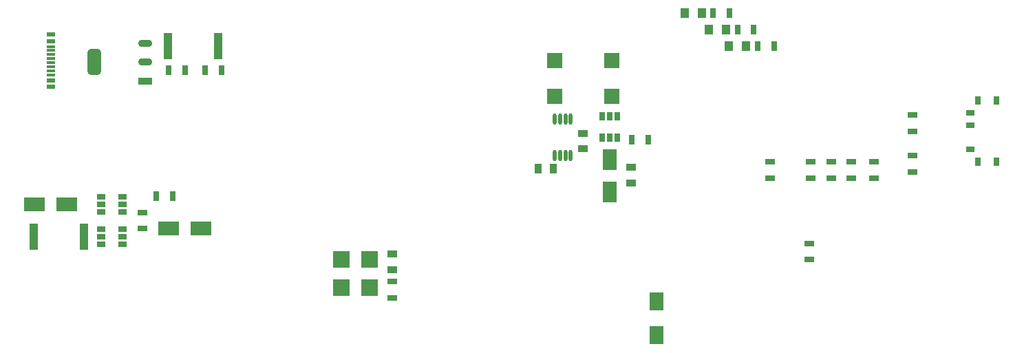
<source format=gbr>
%TF.GenerationSoftware,Altium Limited,Altium Designer,21.0.9 (235)*%
G04 Layer_Color=16777215*
%FSLAX45Y45*%
%MOMM*%
%TF.SameCoordinates,4BE4B6C8-753D-4877-B088-52E4D9ED0B03*%
%TF.FilePolarity,Positive*%
%TF.FileFunction,Paste,Top*%
%TF.Part,Single*%
G01*
G75*
%TA.AperFunction,SMDPad,CuDef*%
%ADD11R,0.90000X1.30000*%
%ADD12R,1.30000X0.90000*%
%ADD13O,0.45000X1.45000*%
G04:AMPARAMS|DCode=14|XSize=1.75415mm|YSize=3.17213mm|CornerRadius=0.45608mm|HoleSize=0mm|Usage=FLASHONLY|Rotation=180.000|XOffset=0mm|YOffset=0mm|HoleType=Round|Shape=RoundedRectangle|*
%AMROUNDEDRECTD14*
21,1,1.75415,2.25997,0,0,180.0*
21,1,0.84199,3.17213,0,0,180.0*
1,1,0.91216,-0.42100,1.12999*
1,1,0.91216,0.42100,1.12999*
1,1,0.91216,0.42100,-1.12999*
1,1,0.91216,-0.42100,-1.12999*
%
%ADD14ROUNDEDRECTD14*%
G04:AMPARAMS|DCode=15|XSize=1.75415mm|YSize=0.91339mm|CornerRadius=0.45669mm|HoleSize=0mm|Usage=FLASHONLY|Rotation=180.000|XOffset=0mm|YOffset=0mm|HoleType=Round|Shape=RoundedRectangle|*
%AMROUNDEDRECTD15*
21,1,1.75415,0.00000,0,0,180.0*
21,1,0.84076,0.91339,0,0,180.0*
1,1,0.91339,-0.42038,0.00000*
1,1,0.91339,0.42038,0.00000*
1,1,0.91339,0.42038,0.00000*
1,1,0.91339,-0.42038,0.00000*
%
%ADD15ROUNDEDRECTD15*%
%ADD16R,1.75415X0.91339*%
%ADD17R,0.80000X1.00000*%
%ADD18R,1.10000X0.70000*%
%ADD19R,1.00000X0.70000*%
%ADD20R,0.70000X1.00000*%
%ADD21R,0.70000X1.30000*%
%ADD22R,1.30000X0.70000*%
%ADD23R,1.90000X1.85000*%
%ADD24R,1.14000X0.30000*%
%ADD25R,1.14000X0.60000*%
%ADD26R,1.10000X1.20000*%
%ADD27R,1.70000X2.30000*%
%ADD28R,2.50000X1.70000*%
%ADD29R,1.70000X2.50000*%
%ADD30R,1.00000X3.20000*%
%ADD31R,2.00000X2.00000*%
D11*
X10695000Y6290000D02*
D03*
X10885000D02*
D03*
D12*
X11840000Y6305000D02*
D03*
Y6115000D02*
D03*
X11250000Y6535000D02*
D03*
Y6725000D02*
D03*
X8900000Y5240000D02*
D03*
Y5050000D02*
D03*
D13*
X10902500Y6452500D02*
D03*
X10967500D02*
D03*
X11032500D02*
D03*
X11097500D02*
D03*
X10902500Y6897500D02*
D03*
X10967500D02*
D03*
X11032500D02*
D03*
X11097500D02*
D03*
D14*
X5237500Y7600000D02*
D03*
D15*
X5862500Y7830000D02*
D03*
Y7600000D02*
D03*
D16*
Y7370000D02*
D03*
D17*
X16105000Y7125000D02*
D03*
Y6375000D02*
D03*
X16335001D02*
D03*
Y7125000D02*
D03*
D18*
X16014999Y6525000D02*
D03*
Y6975000D02*
D03*
Y6825000D02*
D03*
D19*
X5320000Y5755000D02*
D03*
Y5850000D02*
D03*
Y5945000D02*
D03*
X5580000D02*
D03*
Y5850000D02*
D03*
Y5755000D02*
D03*
X5320000Y5355000D02*
D03*
Y5450000D02*
D03*
Y5545000D02*
D03*
X5580000D02*
D03*
Y5450000D02*
D03*
Y5355000D02*
D03*
D20*
X11480000Y6930000D02*
D03*
X11575000D02*
D03*
X11670000D02*
D03*
Y6670000D02*
D03*
X11575000D02*
D03*
X11480000D02*
D03*
D21*
X6200000Y5950000D02*
D03*
X6000000D02*
D03*
X11850000Y6650000D02*
D03*
X12050000D02*
D03*
X6350000Y7500000D02*
D03*
X6150000D02*
D03*
X6800000D02*
D03*
X6600000D02*
D03*
X13050000Y8200000D02*
D03*
X12850000D02*
D03*
X13350000Y8000000D02*
D03*
X13150000D02*
D03*
X13600000Y7800000D02*
D03*
X13400000D02*
D03*
D22*
X5825000Y5750000D02*
D03*
Y5550000D02*
D03*
X8900000Y4700000D02*
D03*
Y4900000D02*
D03*
X14050000Y6375000D02*
D03*
Y6175000D02*
D03*
X15300000Y6950000D02*
D03*
Y6750000D02*
D03*
X14030000Y5370000D02*
D03*
Y5170000D02*
D03*
X14825000Y6175000D02*
D03*
Y6375000D02*
D03*
X15300000Y6450000D02*
D03*
Y6250000D02*
D03*
X14300000Y6375000D02*
D03*
Y6175000D02*
D03*
X13550000Y6375000D02*
D03*
Y6175000D02*
D03*
X14550000Y6375000D02*
D03*
Y6175000D02*
D03*
D23*
X10900000Y7182500D02*
D03*
Y7617500D02*
D03*
X11600000Y7182500D02*
D03*
Y7617500D02*
D03*
D24*
X4700000Y7593000D02*
D03*
Y7643000D02*
D03*
Y7543000D02*
D03*
Y7693000D02*
D03*
Y7493000D02*
D03*
Y7743000D02*
D03*
Y7443000D02*
D03*
Y7793000D02*
D03*
D25*
Y7938000D02*
D03*
Y7858000D02*
D03*
Y7378000D02*
D03*
Y7298000D02*
D03*
D26*
X12710000Y8200000D02*
D03*
X12500000D02*
D03*
X13005000Y8000000D02*
D03*
X12795000D02*
D03*
X13255000Y7800000D02*
D03*
X13045000D02*
D03*
D27*
X12150000Y4240000D02*
D03*
Y4660000D02*
D03*
D28*
X4900000Y5850000D02*
D03*
X4500000D02*
D03*
X6550000Y5550000D02*
D03*
X6150000D02*
D03*
D29*
X11575000Y6400000D02*
D03*
Y6000000D02*
D03*
D30*
X5110000Y5450000D02*
D03*
X4490000D02*
D03*
X6140000Y7800000D02*
D03*
X6760000D02*
D03*
D31*
X8275000Y4825000D02*
D03*
X8625000Y5175000D02*
D03*
Y4825000D02*
D03*
X8275000Y5175000D02*
D03*
%TF.MD5,b4d46c779df4f012598adfa73a925596*%
M02*

</source>
